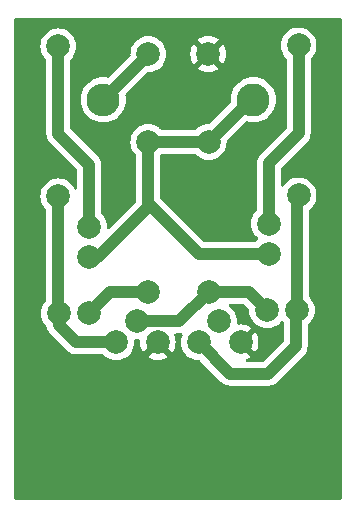
<source format=gbr>
%TF.GenerationSoftware,KiCad,Pcbnew,(7.0.0)*%
%TF.CreationDate,2023-03-16T10:54:00+00:00*%
%TF.ProjectId,kit-soldadura-pcb,6b69742d-736f-46c6-9461-647572612d70,rev?*%
%TF.SameCoordinates,Original*%
%TF.FileFunction,Copper,L2,Bot*%
%TF.FilePolarity,Positive*%
%FSLAX46Y46*%
G04 Gerber Fmt 4.6, Leading zero omitted, Abs format (unit mm)*
G04 Created by KiCad (PCBNEW (7.0.0)) date 2023-03-16 10:54:00*
%MOMM*%
%LPD*%
G01*
G04 APERTURE LIST*
%TA.AperFunction,ComponentPad*%
%ADD10C,2.800000*%
%TD*%
%TA.AperFunction,ComponentPad*%
%ADD11O,2.800000X2.800000*%
%TD*%
%TA.AperFunction,ComponentPad*%
%ADD12C,2.000000*%
%TD*%
%TA.AperFunction,Conductor*%
%ADD13C,1.000000*%
%TD*%
G04 APERTURE END LIST*
D10*
%TO.P,D1,1,K*%
%TO.N,PWR*%
X155580000Y-83446137D03*
D11*
%TO.P,D1,2,A*%
%TO.N,Net-(D1-Pad2)*%
X142879999Y-83446136D03*
%TD*%
D12*
%TO.P,D2,1,K*%
%TO.N,Net-(D2-Pad1)*%
X141684268Y-94199069D03*
%TO.P,D2,2,A*%
%TO.N,PWR*%
X141650931Y-96739069D03*
%TD*%
%TO.P,D3,1,K*%
%TO.N,Net-(D3-Pad1)*%
X156899471Y-93946137D03*
%TO.P,D3,2,A*%
%TO.N,PWR*%
X156866134Y-96486137D03*
%TD*%
%TO.P,C2,1*%
%TO.N,Net-(C2-Pad1)*%
X159268394Y-101260000D03*
%TO.P,C2,2*%
%TO.N,Net-(C2-Pad2)*%
X156744119Y-101260000D03*
%TD*%
%TO.P,J1,1,Pin_1*%
%TO.N,Net-(D1-Pad2)*%
X146690000Y-79586137D03*
%TD*%
%TO.P,C1,1*%
%TO.N,Net-(C1-Pad1)*%
X139120803Y-101542872D03*
%TO.P,C1,2*%
%TO.N,Net-(C1-Pad2)*%
X141645078Y-101542872D03*
%TD*%
%TO.P,R1,1*%
%TO.N,Net-(D2-Pad1)*%
X139070000Y-78926137D03*
%TO.P,R1,2*%
%TO.N,Net-(C1-Pad1)*%
X139070000Y-91626137D03*
%TD*%
%TO.P,R3,1*%
%TO.N,PWR*%
X151813379Y-87022752D03*
%TO.P,R3,2*%
%TO.N,Net-(C2-Pad2)*%
X151813379Y-99722752D03*
%TD*%
%TO.P,Q2,1,B*%
%TO.N,Net-(C1-Pad2)*%
X152706691Y-102224500D03*
%TO.P,Q2,2,C*%
%TO.N,Net-(C2-Pad1)*%
X150974992Y-104001373D03*
%TO.P,Q2,3,E*%
%TO.N,GND*%
X154498622Y-103986316D03*
%TD*%
%TO.P,Q1,1,B*%
%TO.N,Net-(C2-Pad2)*%
X145697828Y-102224500D03*
%TO.P,Q1,2,C*%
%TO.N,Net-(C1-Pad1)*%
X143966129Y-104001373D03*
%TO.P,Q1,3,E*%
%TO.N,GND*%
X147489759Y-103986316D03*
%TD*%
%TO.P,R4,1*%
%TO.N,Net-(D3-Pad1)*%
X159415002Y-78850072D03*
%TO.P,R4,2*%
%TO.N,Net-(C2-Pad1)*%
X159415002Y-91550072D03*
%TD*%
%TO.P,J2,1,Pin_1*%
%TO.N,GND*%
X151770000Y-79586137D03*
%TD*%
%TO.P,R2,1*%
%TO.N,PWR*%
X146690000Y-87026775D03*
%TO.P,R2,2*%
%TO.N,Net-(C1-Pad2)*%
X146690000Y-99726775D03*
%TD*%
D13*
%TO.N,Net-(C1-Pad1)*%
X139096694Y-102546694D02*
X140551373Y-104001373D01*
X140551373Y-104001373D02*
X143966129Y-104001373D01*
X139070000Y-91626137D02*
X139070000Y-101497176D01*
X139070000Y-101497176D02*
X138990693Y-101576483D01*
X139096694Y-101576483D02*
X139096694Y-102546694D01*
%TO.N,Net-(C1-Pad2)*%
X143461175Y-99726775D02*
X146690000Y-99726775D01*
X141645078Y-101542872D02*
X143461175Y-99726775D01*
%TO.N,Net-(C2-Pad2)*%
X156638321Y-101154202D02*
X156622160Y-101154202D01*
X151813379Y-99722752D02*
X155206871Y-99722752D01*
X155206871Y-99722752D02*
X156638321Y-101154202D01*
X149311631Y-102224500D02*
X145697828Y-102224500D01*
X151813379Y-99722752D02*
X149311631Y-102224500D01*
%TO.N,PWR*%
X146690000Y-92220000D02*
X146690000Y-91700000D01*
X150956137Y-96486137D02*
X146690000Y-92220000D01*
X146694023Y-87022752D02*
X146690000Y-87026775D01*
X156866134Y-96486137D02*
X150956137Y-96486137D01*
X151813379Y-87022752D02*
X146694023Y-87022752D01*
X141650931Y-96739069D02*
X142450931Y-96739069D01*
X155389994Y-83446137D02*
X151813379Y-87022752D01*
X146690000Y-91700000D02*
X146690000Y-87026775D01*
X146690000Y-92500000D02*
X146690000Y-91700000D01*
X142450931Y-96739069D02*
X146690000Y-92500000D01*
X155580000Y-83446137D02*
X155389994Y-83446137D01*
%TO.N,Net-(D1-Pad2)*%
X146690000Y-79586137D02*
X146690000Y-79636137D01*
X146690000Y-79636137D02*
X142880000Y-83446137D01*
%TO.N,Net-(D2-Pad1)*%
X139070000Y-86326137D02*
X141684268Y-88940405D01*
X141684268Y-88940405D02*
X141684268Y-94199069D01*
X139070000Y-78926137D02*
X139070000Y-86326137D01*
%TO.N,Net-(D3-Pad1)*%
X159415002Y-78850072D02*
X159415002Y-86301135D01*
X159415002Y-86301135D02*
X156899471Y-88816666D01*
X156899471Y-88816666D02*
X156899471Y-93946137D01*
%TO.N,Net-(C2-Pad1)*%
X159300091Y-100991044D02*
X159170544Y-101120591D01*
X156850000Y-106646137D02*
X159170544Y-104325593D01*
X150974992Y-104001373D02*
X153619756Y-106646137D01*
X159170544Y-104325593D02*
X159170544Y-101120591D01*
X159300091Y-101228303D02*
X159268394Y-101260000D01*
X159300091Y-91269962D02*
X159300091Y-101228303D01*
X153619756Y-106646137D02*
X156850000Y-106646137D01*
%TD*%
%TA.AperFunction,Conductor*%
%TO.N,GND*%
G36*
X154785165Y-100740843D02*
G01*
X154826042Y-100768157D01*
X155196222Y-101138337D01*
X155225339Y-101183821D01*
X155232739Y-101237317D01*
X155230954Y-101260000D01*
X155231342Y-101264930D01*
X155249195Y-101491777D01*
X155249196Y-101491785D01*
X155249584Y-101496711D01*
X155250738Y-101501519D01*
X155250739Y-101501523D01*
X155303858Y-101722781D01*
X155303859Y-101722786D01*
X155305014Y-101727594D01*
X155306907Y-101732164D01*
X155306908Y-101732167D01*
X155387792Y-101927440D01*
X155395879Y-101946963D01*
X155519943Y-102149416D01*
X155523150Y-102153171D01*
X155523153Y-102153175D01*
X155607579Y-102252025D01*
X155674150Y-102329969D01*
X155677905Y-102333176D01*
X155813738Y-102449189D01*
X155854703Y-102484176D01*
X156057156Y-102608240D01*
X156276525Y-102699105D01*
X156507408Y-102754535D01*
X156744119Y-102773165D01*
X156980830Y-102754535D01*
X157211713Y-102699105D01*
X157431082Y-102608240D01*
X157633535Y-102484176D01*
X157814088Y-102329969D01*
X157910448Y-102217145D01*
X157953504Y-102184553D01*
X158006255Y-102172979D01*
X158059007Y-102184553D01*
X158102066Y-102217147D01*
X158104135Y-102219570D01*
X158131855Y-102252025D01*
X158154256Y-102290245D01*
X158162044Y-102333856D01*
X158162044Y-103855669D01*
X158152453Y-103903887D01*
X158125139Y-103944764D01*
X156469171Y-105600732D01*
X156428294Y-105628046D01*
X156380076Y-105637637D01*
X155086020Y-105637637D01*
X155020185Y-105619070D01*
X154973753Y-105568840D01*
X154960408Y-105501751D01*
X154984084Y-105437576D01*
X155037802Y-105395228D01*
X155180784Y-105336002D01*
X155189579Y-105331521D01*
X155360330Y-105226884D01*
X155368436Y-105218935D01*
X155362409Y-105209313D01*
X154228507Y-104075411D01*
X154195895Y-104018927D01*
X154195895Y-103986315D01*
X154862789Y-103986315D01*
X154869561Y-103998045D01*
X155721619Y-104850103D01*
X155731241Y-104856130D01*
X155739190Y-104848024D01*
X155843827Y-104677273D01*
X155848308Y-104668478D01*
X155935355Y-104458328D01*
X155938405Y-104448942D01*
X155991506Y-104227761D01*
X155993050Y-104218015D01*
X156010897Y-103991246D01*
X156010897Y-103981386D01*
X155993050Y-103754616D01*
X155991506Y-103744870D01*
X155938405Y-103523689D01*
X155935355Y-103514303D01*
X155848309Y-103304155D01*
X155843828Y-103295360D01*
X155739187Y-103124602D01*
X155731241Y-103116499D01*
X155721622Y-103122524D01*
X154869560Y-103974587D01*
X154862789Y-103986315D01*
X154195895Y-103986315D01*
X154195895Y-103953705D01*
X154228507Y-103897221D01*
X154498622Y-103627106D01*
X154498621Y-103627106D01*
X155362413Y-102763313D01*
X155368438Y-102753695D01*
X155360334Y-102745749D01*
X155189577Y-102641109D01*
X155180782Y-102636628D01*
X154970634Y-102549582D01*
X154961248Y-102546532D01*
X154740067Y-102493431D01*
X154730321Y-102491887D01*
X154503552Y-102474041D01*
X154493691Y-102474041D01*
X154345459Y-102485706D01*
X154291962Y-102478306D01*
X154246478Y-102449189D01*
X154217362Y-102403704D01*
X154209962Y-102350208D01*
X154211851Y-102326214D01*
X154219856Y-102224500D01*
X154201226Y-101987789D01*
X154145796Y-101756906D01*
X154054931Y-101537537D01*
X153930867Y-101335084D01*
X153906164Y-101306161D01*
X153779867Y-101158286D01*
X153776660Y-101154531D01*
X153757699Y-101138337D01*
X153599866Y-101003534D01*
X153599862Y-101003531D01*
X153596107Y-101000324D01*
X153591887Y-100997738D01*
X153591883Y-100997735D01*
X153537950Y-100964684D01*
X153493370Y-100917953D01*
X153477801Y-100855273D01*
X153495332Y-100793113D01*
X153541357Y-100747804D01*
X153603785Y-100731252D01*
X154736947Y-100731252D01*
X154785165Y-100740843D01*
G37*
%TD.AperFunction*%
%TA.AperFunction,Conductor*%
G36*
X162944152Y-76519995D02*
G01*
X163007141Y-76536896D01*
X163053243Y-76583026D01*
X163070106Y-76646027D01*
X163059941Y-117194008D01*
X163043042Y-117257007D01*
X162996906Y-117303116D01*
X162933896Y-117319976D01*
X135475865Y-117310067D01*
X135412884Y-117293171D01*
X135366783Y-117247054D01*
X135349910Y-117184067D01*
X135349931Y-107658910D01*
X135349966Y-91626137D01*
X137556835Y-91626137D01*
X137557223Y-91631067D01*
X137575076Y-91857914D01*
X137575077Y-91857922D01*
X137575465Y-91862848D01*
X137576619Y-91867656D01*
X137576620Y-91867660D01*
X137629739Y-92088918D01*
X137629740Y-92088923D01*
X137630895Y-92093731D01*
X137632788Y-92098301D01*
X137632789Y-92098304D01*
X137674583Y-92199205D01*
X137721760Y-92313100D01*
X137845824Y-92515553D01*
X137849031Y-92519308D01*
X137849034Y-92519312D01*
X137921324Y-92603952D01*
X138000031Y-92696106D01*
X138003786Y-92699313D01*
X138003788Y-92699315D01*
X138017332Y-92710883D01*
X138049926Y-92753943D01*
X138061500Y-92806693D01*
X138061500Y-100413930D01*
X138053712Y-100457541D01*
X138031311Y-100495760D01*
X137899842Y-100649690D01*
X137899833Y-100649701D01*
X137896627Y-100653456D01*
X137894048Y-100657664D01*
X137894044Y-100657670D01*
X137808579Y-100797136D01*
X137772563Y-100855909D01*
X137770670Y-100860478D01*
X137770668Y-100860483D01*
X137683592Y-101070704D01*
X137683589Y-101070710D01*
X137681698Y-101075278D01*
X137680544Y-101080081D01*
X137680542Y-101080090D01*
X137627423Y-101301348D01*
X137626268Y-101306161D01*
X137625880Y-101311084D01*
X137625879Y-101311094D01*
X137613633Y-101466696D01*
X137607638Y-101542872D01*
X137608026Y-101547802D01*
X137625879Y-101774649D01*
X137625880Y-101774657D01*
X137626268Y-101779583D01*
X137627422Y-101784391D01*
X137627423Y-101784395D01*
X137680542Y-102005653D01*
X137680543Y-102005658D01*
X137681698Y-102010466D01*
X137772563Y-102229835D01*
X137896627Y-102432288D01*
X137899834Y-102436043D01*
X137899837Y-102436047D01*
X138009258Y-102564162D01*
X138050834Y-102612841D01*
X138054589Y-102616048D01*
X138054590Y-102616049D01*
X138054817Y-102616243D01*
X138054946Y-102616405D01*
X138058098Y-102619557D01*
X138057740Y-102619914D01*
X138084689Y-102653752D01*
X138098383Y-102699705D01*
X138102785Y-102744395D01*
X138104580Y-102750314D01*
X138104582Y-102750321D01*
X138113709Y-102780407D01*
X138146433Y-102888280D01*
X138160453Y-102934498D01*
X138254099Y-103109698D01*
X138380126Y-103263262D01*
X138413842Y-103290932D01*
X138422992Y-103299226D01*
X139798835Y-104675069D01*
X139807139Y-104684230D01*
X139834805Y-104717941D01*
X139988369Y-104843968D01*
X140163569Y-104937614D01*
X140207815Y-104951035D01*
X140353672Y-104995282D01*
X140551373Y-105014753D01*
X140557536Y-105014146D01*
X140557537Y-105014146D01*
X140594761Y-105010480D01*
X140607110Y-105009873D01*
X142785573Y-105009873D01*
X142838323Y-105021447D01*
X142881384Y-105054041D01*
X142896160Y-105071342D01*
X142899915Y-105074549D01*
X143057706Y-105209316D01*
X143076713Y-105225549D01*
X143279166Y-105349613D01*
X143498535Y-105440478D01*
X143729418Y-105495908D01*
X143966129Y-105514538D01*
X144202840Y-105495908D01*
X144433723Y-105440478D01*
X144653092Y-105349613D01*
X144855545Y-105225549D01*
X144863289Y-105218935D01*
X146619942Y-105218935D01*
X146628045Y-105226881D01*
X146798803Y-105331522D01*
X146807598Y-105336003D01*
X147017746Y-105423049D01*
X147027132Y-105426099D01*
X147248313Y-105479200D01*
X147258059Y-105480744D01*
X147484829Y-105498591D01*
X147494689Y-105498591D01*
X147721458Y-105480744D01*
X147731204Y-105479200D01*
X147952385Y-105426099D01*
X147961771Y-105423049D01*
X148171921Y-105336002D01*
X148180716Y-105331521D01*
X148351467Y-105226884D01*
X148359573Y-105218935D01*
X148353546Y-105209313D01*
X147501488Y-104357255D01*
X147489758Y-104350483D01*
X147478030Y-104357254D01*
X146625967Y-105209316D01*
X146619942Y-105218935D01*
X144863289Y-105218935D01*
X145036098Y-105071342D01*
X145190305Y-104890789D01*
X145314369Y-104688336D01*
X145405234Y-104468967D01*
X145460664Y-104238084D01*
X145479294Y-104001373D01*
X145468622Y-103865783D01*
X145476022Y-103812291D01*
X145505139Y-103766805D01*
X145550624Y-103737689D01*
X145604121Y-103730290D01*
X145692887Y-103737277D01*
X145692898Y-103737277D01*
X145697828Y-103737665D01*
X145851454Y-103725574D01*
X145904950Y-103732974D01*
X145950435Y-103762090D01*
X145979552Y-103807575D01*
X145986952Y-103861071D01*
X145977484Y-103981385D01*
X145977484Y-103991246D01*
X145995330Y-104218015D01*
X145996874Y-104227761D01*
X146049975Y-104448942D01*
X146053025Y-104458328D01*
X146140071Y-104668476D01*
X146144552Y-104677271D01*
X146249192Y-104848028D01*
X146257138Y-104856131D01*
X146266758Y-104850105D01*
X147400663Y-103716200D01*
X147457147Y-103683588D01*
X147522369Y-103683588D01*
X147578853Y-103716200D01*
X148712756Y-104850103D01*
X148722378Y-104856130D01*
X148730327Y-104848024D01*
X148834964Y-104677273D01*
X148839445Y-104668478D01*
X148926492Y-104458328D01*
X148929542Y-104448942D01*
X148982643Y-104227761D01*
X148984187Y-104218015D01*
X149002034Y-103991246D01*
X149002034Y-103981386D01*
X148984187Y-103754616D01*
X148982643Y-103744870D01*
X148929542Y-103523689D01*
X148926492Y-103514303D01*
X148882137Y-103407218D01*
X148873153Y-103346649D01*
X148893781Y-103288998D01*
X148939150Y-103247878D01*
X148998546Y-103233000D01*
X149255894Y-103233000D01*
X149268243Y-103233607D01*
X149305467Y-103237273D01*
X149305468Y-103237273D01*
X149311631Y-103237880D01*
X149463999Y-103222873D01*
X149527406Y-103233075D01*
X149577550Y-103273207D01*
X149601398Y-103332841D01*
X149592755Y-103396483D01*
X149537783Y-103529200D01*
X149537780Y-103529207D01*
X149535887Y-103533779D01*
X149534733Y-103538582D01*
X149534731Y-103538591D01*
X149481612Y-103759849D01*
X149480457Y-103764662D01*
X149480069Y-103769585D01*
X149480068Y-103769595D01*
X149463935Y-103974587D01*
X149461827Y-104001373D01*
X149462215Y-104006303D01*
X149480068Y-104233150D01*
X149480069Y-104233158D01*
X149480457Y-104238084D01*
X149481611Y-104242892D01*
X149481612Y-104242896D01*
X149534731Y-104464154D01*
X149534732Y-104464159D01*
X149535887Y-104468967D01*
X149626752Y-104688336D01*
X149750816Y-104890789D01*
X149754023Y-104894544D01*
X149754026Y-104894548D01*
X149901813Y-105067584D01*
X149905023Y-105071342D01*
X149908778Y-105074549D01*
X150066569Y-105209316D01*
X150085576Y-105225549D01*
X150288029Y-105349613D01*
X150507398Y-105440478D01*
X150738281Y-105495908D01*
X150974992Y-105514538D01*
X150979922Y-105514150D01*
X150979927Y-105514150D01*
X150990756Y-105513297D01*
X150997668Y-105512753D01*
X151051167Y-105520151D01*
X151096654Y-105549269D01*
X152867218Y-107319833D01*
X152875522Y-107328994D01*
X152903188Y-107362705D01*
X153056752Y-107488732D01*
X153231951Y-107582377D01*
X153231952Y-107582378D01*
X153422055Y-107640046D01*
X153619756Y-107659517D01*
X153625919Y-107658910D01*
X153625920Y-107658910D01*
X153663144Y-107655244D01*
X153675493Y-107654637D01*
X156794263Y-107654637D01*
X156806612Y-107655244D01*
X156843836Y-107658910D01*
X156843837Y-107658910D01*
X156850000Y-107659517D01*
X157047701Y-107640046D01*
X157237804Y-107582378D01*
X157237804Y-107582377D01*
X157413004Y-107488732D01*
X157566568Y-107362705D01*
X157594240Y-107328985D01*
X157602523Y-107319846D01*
X159844253Y-105078116D01*
X159853392Y-105069833D01*
X159887112Y-105042161D01*
X160013139Y-104888597D01*
X160106785Y-104713397D01*
X160151990Y-104564377D01*
X160164453Y-104523294D01*
X160183924Y-104325593D01*
X160179651Y-104282205D01*
X160179044Y-104269856D01*
X160179044Y-102524126D01*
X160190618Y-102471375D01*
X160223214Y-102428315D01*
X160338363Y-102329969D01*
X160492570Y-102149416D01*
X160616634Y-101946963D01*
X160707499Y-101727594D01*
X160762929Y-101496711D01*
X160781559Y-101260000D01*
X160762929Y-101023289D01*
X160707499Y-100792406D01*
X160616634Y-100573037D01*
X160492570Y-100370584D01*
X160489354Y-100366818D01*
X160338780Y-100190518D01*
X160316379Y-100152299D01*
X160308591Y-100108688D01*
X160308591Y-92828771D01*
X160320165Y-92776020D01*
X160352760Y-92732960D01*
X160400308Y-92692350D01*
X160484971Y-92620041D01*
X160639178Y-92439488D01*
X160763242Y-92237035D01*
X160854107Y-92017666D01*
X160909537Y-91786783D01*
X160928167Y-91550072D01*
X160909537Y-91313361D01*
X160854107Y-91082478D01*
X160763242Y-90863109D01*
X160639178Y-90660656D01*
X160484971Y-90480103D01*
X160393479Y-90401961D01*
X160308177Y-90329106D01*
X160308173Y-90329103D01*
X160304418Y-90325896D01*
X160101965Y-90201832D01*
X159932414Y-90131602D01*
X159887169Y-90112861D01*
X159887166Y-90112860D01*
X159882596Y-90110967D01*
X159877788Y-90109812D01*
X159877783Y-90109811D01*
X159656525Y-90056692D01*
X159656521Y-90056691D01*
X159651713Y-90055537D01*
X159646787Y-90055149D01*
X159646779Y-90055148D01*
X159419932Y-90037295D01*
X159415002Y-90036907D01*
X159410072Y-90037295D01*
X159183224Y-90055148D01*
X159183214Y-90055149D01*
X159178291Y-90055537D01*
X159173484Y-90056691D01*
X159173478Y-90056692D01*
X158952220Y-90109811D01*
X158952211Y-90109813D01*
X158947408Y-90110967D01*
X158942840Y-90112858D01*
X158942834Y-90112861D01*
X158732613Y-90199937D01*
X158732608Y-90199939D01*
X158728039Y-90201832D01*
X158723819Y-90204417D01*
X158723819Y-90204418D01*
X158529800Y-90323313D01*
X158529794Y-90323317D01*
X158525586Y-90325896D01*
X158521836Y-90329098D01*
X158521826Y-90329106D01*
X158348788Y-90476895D01*
X158348781Y-90476901D01*
X158345033Y-90480103D01*
X158341831Y-90483851D01*
X158341825Y-90483858D01*
X158194036Y-90656896D01*
X158194028Y-90656906D01*
X158190826Y-90660656D01*
X158188247Y-90664864D01*
X158188243Y-90664870D01*
X158141404Y-90741305D01*
X158094672Y-90785885D01*
X158031992Y-90801454D01*
X157969832Y-90783923D01*
X157924523Y-90737898D01*
X157907971Y-90675470D01*
X157907971Y-89286590D01*
X157917562Y-89238372D01*
X157944876Y-89197495D01*
X158405590Y-88736781D01*
X160088711Y-87053658D01*
X160097850Y-87045375D01*
X160131570Y-87017703D01*
X160257597Y-86864139D01*
X160351243Y-86688939D01*
X160387316Y-86570023D01*
X160408911Y-86498836D01*
X160428382Y-86301135D01*
X160424109Y-86257747D01*
X160423502Y-86245398D01*
X160423502Y-80030628D01*
X160435076Y-79977878D01*
X160467670Y-79934818D01*
X160472790Y-79930444D01*
X160484971Y-79920041D01*
X160639178Y-79739488D01*
X160763242Y-79537035D01*
X160854107Y-79317666D01*
X160909537Y-79086783D01*
X160928167Y-78850072D01*
X160909537Y-78613361D01*
X160854107Y-78382478D01*
X160763242Y-78163109D01*
X160639178Y-77960656D01*
X160484971Y-77780103D01*
X160393479Y-77701961D01*
X160308177Y-77629106D01*
X160308173Y-77629103D01*
X160304418Y-77625896D01*
X160101965Y-77501832D01*
X159932414Y-77431602D01*
X159887169Y-77412861D01*
X159887166Y-77412860D01*
X159882596Y-77410967D01*
X159877788Y-77409812D01*
X159877783Y-77409811D01*
X159656525Y-77356692D01*
X159656521Y-77356691D01*
X159651713Y-77355537D01*
X159646787Y-77355149D01*
X159646779Y-77355148D01*
X159419932Y-77337295D01*
X159415002Y-77336907D01*
X159410072Y-77337295D01*
X159183224Y-77355148D01*
X159183214Y-77355149D01*
X159178291Y-77355537D01*
X159173484Y-77356691D01*
X159173478Y-77356692D01*
X158952220Y-77409811D01*
X158952211Y-77409813D01*
X158947408Y-77410967D01*
X158942840Y-77412858D01*
X158942834Y-77412861D01*
X158732613Y-77499937D01*
X158732608Y-77499939D01*
X158728039Y-77501832D01*
X158723819Y-77504417D01*
X158723819Y-77504418D01*
X158529800Y-77623313D01*
X158529794Y-77623317D01*
X158525586Y-77625896D01*
X158521836Y-77629098D01*
X158521826Y-77629106D01*
X158348788Y-77776895D01*
X158348781Y-77776901D01*
X158345033Y-77780103D01*
X158341831Y-77783851D01*
X158341825Y-77783858D01*
X158194036Y-77956896D01*
X158194028Y-77956906D01*
X158190826Y-77960656D01*
X158188247Y-77964864D01*
X158188243Y-77964870D01*
X158077322Y-78145876D01*
X158066762Y-78163109D01*
X158064869Y-78167678D01*
X158064867Y-78167683D01*
X157977791Y-78377904D01*
X157977788Y-78377910D01*
X157975897Y-78382478D01*
X157974743Y-78387281D01*
X157974741Y-78387290D01*
X157942899Y-78519923D01*
X157920467Y-78613361D01*
X157920079Y-78618284D01*
X157920078Y-78618294D01*
X157911889Y-78722346D01*
X157901837Y-78850072D01*
X157902225Y-78855002D01*
X157920078Y-79081849D01*
X157920079Y-79081857D01*
X157920467Y-79086783D01*
X157921621Y-79091591D01*
X157921622Y-79091595D01*
X157974741Y-79312853D01*
X157974742Y-79312858D01*
X157975897Y-79317666D01*
X157977790Y-79322236D01*
X157977791Y-79322239D01*
X157991128Y-79354437D01*
X158066762Y-79537035D01*
X158190826Y-79739488D01*
X158194033Y-79743243D01*
X158194036Y-79743247D01*
X158257808Y-79817914D01*
X158345033Y-79920041D01*
X158348788Y-79923248D01*
X158348790Y-79923250D01*
X158362334Y-79934818D01*
X158394928Y-79977878D01*
X158406502Y-80030628D01*
X158406502Y-85831211D01*
X158396911Y-85879429D01*
X158369597Y-85920306D01*
X156225772Y-88064129D01*
X156216614Y-88072431D01*
X156191569Y-88092986D01*
X156182903Y-88100098D01*
X156178985Y-88104871D01*
X156178980Y-88104877D01*
X156060802Y-88248877D01*
X156060797Y-88248883D01*
X156056876Y-88253662D01*
X156053958Y-88259120D01*
X156053958Y-88259121D01*
X155970923Y-88414466D01*
X155970922Y-88414468D01*
X155963229Y-88428862D01*
X155963230Y-88428862D01*
X155960460Y-88437993D01*
X155960459Y-88437995D01*
X155907360Y-88613036D01*
X155907358Y-88613041D01*
X155905562Y-88618965D01*
X155904955Y-88625121D01*
X155904954Y-88625130D01*
X155893375Y-88742704D01*
X155886091Y-88816666D01*
X155886698Y-88822829D01*
X155886698Y-88822830D01*
X155890364Y-88860054D01*
X155890971Y-88872403D01*
X155890971Y-92765581D01*
X155879397Y-92818331D01*
X155846803Y-92861391D01*
X155833259Y-92872958D01*
X155833250Y-92872966D01*
X155829502Y-92876168D01*
X155826300Y-92879916D01*
X155826294Y-92879923D01*
X155678505Y-93052961D01*
X155678497Y-93052971D01*
X155675295Y-93056721D01*
X155672716Y-93060929D01*
X155672712Y-93060935D01*
X155553817Y-93254954D01*
X155551231Y-93259174D01*
X155549338Y-93263743D01*
X155549336Y-93263748D01*
X155462260Y-93473969D01*
X155462257Y-93473975D01*
X155460366Y-93478543D01*
X155459212Y-93483346D01*
X155459210Y-93483355D01*
X155406091Y-93704613D01*
X155404936Y-93709426D01*
X155404548Y-93714349D01*
X155404547Y-93714359D01*
X155391879Y-93875328D01*
X155386306Y-93946137D01*
X155386694Y-93951067D01*
X155404547Y-94177914D01*
X155404548Y-94177922D01*
X155404936Y-94182848D01*
X155406090Y-94187656D01*
X155406091Y-94187660D01*
X155459210Y-94408918D01*
X155459211Y-94408923D01*
X155460366Y-94413731D01*
X155551231Y-94633100D01*
X155675295Y-94835553D01*
X155678502Y-94839308D01*
X155678505Y-94839312D01*
X155748696Y-94921495D01*
X155829502Y-95016106D01*
X155833257Y-95019313D01*
X155833263Y-95019319D01*
X155934858Y-95106089D01*
X155967454Y-95149149D01*
X155979028Y-95201900D01*
X155967454Y-95254651D01*
X155934859Y-95297711D01*
X155799920Y-95412960D01*
X155799913Y-95412966D01*
X155796165Y-95416168D01*
X155792963Y-95419916D01*
X155792955Y-95419925D01*
X155781388Y-95433469D01*
X155738328Y-95466063D01*
X155685578Y-95477637D01*
X151426061Y-95477637D01*
X151377843Y-95468046D01*
X151336966Y-95440732D01*
X147735405Y-91839171D01*
X147708091Y-91798294D01*
X147698500Y-91750076D01*
X147698500Y-88207331D01*
X147710074Y-88154581D01*
X147742668Y-88111521D01*
X147747788Y-88107147D01*
X147759969Y-88096744D01*
X147778180Y-88075420D01*
X147821242Y-88042826D01*
X147873992Y-88031252D01*
X150632823Y-88031252D01*
X150685573Y-88042826D01*
X150728634Y-88075420D01*
X150743410Y-88092721D01*
X150747165Y-88095928D01*
X150892333Y-88219914D01*
X150923963Y-88246928D01*
X151126416Y-88370992D01*
X151345785Y-88461857D01*
X151576668Y-88517287D01*
X151813379Y-88535917D01*
X152050090Y-88517287D01*
X152280973Y-88461857D01*
X152500342Y-88370992D01*
X152702795Y-88246928D01*
X152883348Y-88092721D01*
X153037555Y-87912168D01*
X153161619Y-87709715D01*
X153252484Y-87490346D01*
X153307914Y-87259463D01*
X153326544Y-87022752D01*
X153326156Y-87017822D01*
X153326156Y-87017816D01*
X153324759Y-87000074D01*
X153332157Y-86946575D01*
X153361273Y-86901090D01*
X154942533Y-85319830D01*
X154996128Y-85288031D01*
X155058408Y-85285807D01*
X155307698Y-85340037D01*
X155580000Y-85359512D01*
X155852302Y-85340037D01*
X156119060Y-85282007D01*
X156374845Y-85186604D01*
X156614449Y-85055770D01*
X156832994Y-84892169D01*
X157026032Y-84699131D01*
X157189633Y-84480586D01*
X157320467Y-84240982D01*
X157415870Y-83985197D01*
X157473900Y-83718439D01*
X157493375Y-83446137D01*
X157473900Y-83173835D01*
X157415870Y-82907077D01*
X157320467Y-82651292D01*
X157189633Y-82411688D01*
X157026032Y-82193143D01*
X156832994Y-82000105D01*
X156614449Y-81836504D01*
X156374845Y-81705670D01*
X156370639Y-81704101D01*
X156370632Y-81704098D01*
X156123270Y-81611837D01*
X156123266Y-81611836D01*
X156119060Y-81610267D01*
X156114665Y-81609311D01*
X156114662Y-81609310D01*
X155856706Y-81553195D01*
X155856705Y-81553194D01*
X155852302Y-81552237D01*
X155847820Y-81551916D01*
X155847810Y-81551915D01*
X155584488Y-81533083D01*
X155580000Y-81532762D01*
X155575512Y-81533083D01*
X155312189Y-81551915D01*
X155312177Y-81551916D01*
X155307698Y-81552237D01*
X155303296Y-81553194D01*
X155303293Y-81553195D01*
X155045337Y-81609310D01*
X155045330Y-81609311D01*
X155040940Y-81610267D01*
X155036736Y-81611834D01*
X155036729Y-81611837D01*
X154789367Y-81704098D01*
X154789355Y-81704103D01*
X154785155Y-81705670D01*
X154781207Y-81707825D01*
X154781202Y-81707828D01*
X154549510Y-81834342D01*
X154545551Y-81836504D01*
X154541948Y-81839200D01*
X154541942Y-81839205D01*
X154330609Y-81997407D01*
X154330602Y-81997413D01*
X154327006Y-82000105D01*
X154323827Y-82003283D01*
X154323820Y-82003290D01*
X154137153Y-82189957D01*
X154137146Y-82189964D01*
X154133968Y-82193143D01*
X154131276Y-82196739D01*
X154131270Y-82196746D01*
X153973068Y-82408079D01*
X153973063Y-82408085D01*
X153970367Y-82411688D01*
X153968206Y-82415644D01*
X153968205Y-82415647D01*
X153841691Y-82647339D01*
X153841688Y-82647344D01*
X153839533Y-82651292D01*
X153837966Y-82655492D01*
X153837961Y-82655504D01*
X153745700Y-82902866D01*
X153745697Y-82902873D01*
X153744130Y-82907077D01*
X153743174Y-82911467D01*
X153743173Y-82911474D01*
X153706381Y-83080605D01*
X153686100Y-83173835D01*
X153685779Y-83178314D01*
X153685778Y-83178326D01*
X153667377Y-83435608D01*
X153666625Y-83446137D01*
X153666946Y-83450625D01*
X153666946Y-83450626D01*
X153682352Y-83666044D01*
X153674729Y-83719065D01*
X153645768Y-83764127D01*
X151935041Y-85474854D01*
X151889560Y-85503970D01*
X151836066Y-85511371D01*
X151818317Y-85509975D01*
X151818309Y-85509975D01*
X151813379Y-85509587D01*
X151808449Y-85509975D01*
X151581601Y-85527828D01*
X151581591Y-85527829D01*
X151576668Y-85528217D01*
X151571861Y-85529371D01*
X151571855Y-85529372D01*
X151350597Y-85582491D01*
X151350588Y-85582493D01*
X151345785Y-85583647D01*
X151341217Y-85585538D01*
X151341211Y-85585541D01*
X151130990Y-85672617D01*
X151130985Y-85672619D01*
X151126416Y-85674512D01*
X151122196Y-85677097D01*
X151122196Y-85677098D01*
X150928177Y-85795993D01*
X150928171Y-85795997D01*
X150923963Y-85798576D01*
X150920213Y-85801778D01*
X150920203Y-85801786D01*
X150747165Y-85949575D01*
X150747158Y-85949581D01*
X150743410Y-85952783D01*
X150740208Y-85956531D01*
X150740200Y-85956540D01*
X150728633Y-85970084D01*
X150685573Y-86002678D01*
X150632823Y-86014252D01*
X147867120Y-86014252D01*
X147814370Y-86002678D01*
X147771310Y-85970084D01*
X147763178Y-85960563D01*
X147763176Y-85960561D01*
X147759969Y-85956806D01*
X147717233Y-85920306D01*
X147583175Y-85805809D01*
X147583171Y-85805806D01*
X147579416Y-85802599D01*
X147376963Y-85678535D01*
X147157594Y-85587670D01*
X147152786Y-85586515D01*
X147152781Y-85586514D01*
X146931523Y-85533395D01*
X146931519Y-85533394D01*
X146926711Y-85532240D01*
X146921785Y-85531852D01*
X146921777Y-85531851D01*
X146694930Y-85513998D01*
X146690000Y-85513610D01*
X146685070Y-85513998D01*
X146458222Y-85531851D01*
X146458212Y-85531852D01*
X146453289Y-85532240D01*
X146448482Y-85533394D01*
X146448476Y-85533395D01*
X146227218Y-85586514D01*
X146227209Y-85586516D01*
X146222406Y-85587670D01*
X146217838Y-85589561D01*
X146217832Y-85589564D01*
X146007611Y-85676640D01*
X146007606Y-85676642D01*
X146003037Y-85678535D01*
X145998817Y-85681120D01*
X145998817Y-85681121D01*
X145804798Y-85800016D01*
X145804792Y-85800020D01*
X145800584Y-85802599D01*
X145796834Y-85805801D01*
X145796824Y-85805809D01*
X145623786Y-85953598D01*
X145623779Y-85953604D01*
X145620031Y-85956806D01*
X145616829Y-85960554D01*
X145616823Y-85960561D01*
X145469034Y-86133599D01*
X145469026Y-86133609D01*
X145465824Y-86137359D01*
X145463245Y-86141567D01*
X145463241Y-86141573D01*
X145376728Y-86282749D01*
X145341760Y-86339812D01*
X145339867Y-86344381D01*
X145339865Y-86344386D01*
X145252789Y-86554607D01*
X145252786Y-86554613D01*
X145250895Y-86559181D01*
X145249741Y-86563984D01*
X145249739Y-86563993D01*
X145213740Y-86713941D01*
X145195465Y-86790064D01*
X145195077Y-86794987D01*
X145195076Y-86794997D01*
X145186727Y-86901088D01*
X145176835Y-87026775D01*
X145177223Y-87031705D01*
X145195076Y-87258552D01*
X145195077Y-87258560D01*
X145195465Y-87263486D01*
X145196619Y-87268294D01*
X145196620Y-87268298D01*
X145249739Y-87489556D01*
X145249740Y-87489561D01*
X145250895Y-87494369D01*
X145341760Y-87713738D01*
X145465824Y-87916191D01*
X145469031Y-87919946D01*
X145469034Y-87919950D01*
X145613385Y-88088963D01*
X145620031Y-88096744D01*
X145623786Y-88099951D01*
X145623788Y-88099953D01*
X145637332Y-88111521D01*
X145669926Y-88154581D01*
X145681500Y-88207331D01*
X145681500Y-92030076D01*
X145671909Y-92078294D01*
X145644595Y-92119171D01*
X143407563Y-94356201D01*
X143355517Y-94387536D01*
X143294858Y-94390874D01*
X143239687Y-94365440D01*
X143202831Y-94317146D01*
X143192856Y-94257219D01*
X143197045Y-94203998D01*
X143197433Y-94199069D01*
X143178803Y-93962358D01*
X143123373Y-93731475D01*
X143032508Y-93512106D01*
X142908444Y-93309653D01*
X142869237Y-93263748D01*
X142757444Y-93132855D01*
X142754237Y-93129100D01*
X142736936Y-93114323D01*
X142704342Y-93071263D01*
X142692768Y-93018513D01*
X142692768Y-88996139D01*
X142693375Y-88983789D01*
X142697041Y-88946568D01*
X142697648Y-88940405D01*
X142678176Y-88742704D01*
X142620509Y-88552601D01*
X142526863Y-88377401D01*
X142521603Y-88370992D01*
X142400836Y-88223837D01*
X142380723Y-88207331D01*
X142367125Y-88196171D01*
X142357964Y-88187867D01*
X140115405Y-85945308D01*
X140088091Y-85904431D01*
X140078500Y-85856213D01*
X140078500Y-83446137D01*
X140966625Y-83446137D01*
X140966946Y-83450625D01*
X140985778Y-83713947D01*
X140985779Y-83713957D01*
X140986100Y-83718439D01*
X141044130Y-83985197D01*
X141045699Y-83989403D01*
X141045700Y-83989407D01*
X141137961Y-84236769D01*
X141137964Y-84236776D01*
X141139533Y-84240982D01*
X141270367Y-84480586D01*
X141433968Y-84699131D01*
X141627006Y-84892169D01*
X141845551Y-85055770D01*
X142085155Y-85186604D01*
X142340940Y-85282007D01*
X142607698Y-85340037D01*
X142880000Y-85359512D01*
X143152302Y-85340037D01*
X143419060Y-85282007D01*
X143674845Y-85186604D01*
X143914449Y-85055770D01*
X144132994Y-84892169D01*
X144326032Y-84699131D01*
X144489633Y-84480586D01*
X144620467Y-84240982D01*
X144715870Y-83985197D01*
X144773900Y-83718439D01*
X144793375Y-83446137D01*
X144773900Y-83173835D01*
X144753618Y-83080601D01*
X144755842Y-83018323D01*
X144787641Y-82964728D01*
X146617046Y-81135323D01*
X146653387Y-81109995D01*
X146696246Y-81098810D01*
X146926711Y-81080672D01*
X147157594Y-81025242D01*
X147376963Y-80934377D01*
X147565638Y-80818756D01*
X150900183Y-80818756D01*
X150908286Y-80826702D01*
X151079044Y-80931343D01*
X151087839Y-80935824D01*
X151297987Y-81022870D01*
X151307373Y-81025920D01*
X151528554Y-81079021D01*
X151538300Y-81080565D01*
X151765070Y-81098412D01*
X151774930Y-81098412D01*
X152001699Y-81080565D01*
X152011445Y-81079021D01*
X152232626Y-81025920D01*
X152242012Y-81022870D01*
X152452162Y-80935823D01*
X152460957Y-80931342D01*
X152631708Y-80826705D01*
X152639814Y-80818756D01*
X152633787Y-80809134D01*
X151781729Y-79957076D01*
X151769999Y-79950304D01*
X151758271Y-79957075D01*
X150906208Y-80809137D01*
X150900183Y-80818756D01*
X147565638Y-80818756D01*
X147579416Y-80810313D01*
X147759969Y-80656106D01*
X147914176Y-80475553D01*
X148038240Y-80273100D01*
X148129105Y-80053731D01*
X148184535Y-79822848D01*
X148202777Y-79591067D01*
X150257725Y-79591067D01*
X150275571Y-79817836D01*
X150277115Y-79827582D01*
X150330216Y-80048763D01*
X150333266Y-80058149D01*
X150420312Y-80268297D01*
X150424793Y-80277092D01*
X150529433Y-80447849D01*
X150537379Y-80455953D01*
X150546997Y-80449928D01*
X151399059Y-79597867D01*
X151405832Y-79586136D01*
X152134167Y-79586136D01*
X152140939Y-79597866D01*
X152992997Y-80449924D01*
X153002619Y-80455951D01*
X153010568Y-80447845D01*
X153115205Y-80277094D01*
X153119686Y-80268299D01*
X153206733Y-80058149D01*
X153209783Y-80048763D01*
X153262884Y-79827582D01*
X153264428Y-79817836D01*
X153282275Y-79591067D01*
X153282275Y-79581207D01*
X153264428Y-79354437D01*
X153262884Y-79344691D01*
X153209783Y-79123510D01*
X153206733Y-79114124D01*
X153119687Y-78903976D01*
X153115206Y-78895181D01*
X153010565Y-78724423D01*
X153002619Y-78716320D01*
X152993000Y-78722345D01*
X152140938Y-79574408D01*
X152134167Y-79586136D01*
X151405832Y-79586136D01*
X151399060Y-79574407D01*
X150546999Y-78722346D01*
X150537378Y-78716320D01*
X150529433Y-78724422D01*
X150424793Y-78895181D01*
X150420312Y-78903976D01*
X150333266Y-79114124D01*
X150330216Y-79123510D01*
X150277115Y-79344691D01*
X150275571Y-79354437D01*
X150257725Y-79581207D01*
X150257725Y-79591067D01*
X148202777Y-79591067D01*
X148203165Y-79586137D01*
X148184535Y-79349426D01*
X148129105Y-79118543D01*
X148038240Y-78899174D01*
X147914176Y-78696721D01*
X147907945Y-78689426D01*
X147763176Y-78519923D01*
X147759969Y-78516168D01*
X147692499Y-78458543D01*
X147583175Y-78365171D01*
X147583171Y-78365168D01*
X147579416Y-78361961D01*
X147565633Y-78353515D01*
X150900183Y-78353515D01*
X150906209Y-78363136D01*
X151758270Y-79215197D01*
X151769999Y-79221969D01*
X151781730Y-79215196D01*
X152633791Y-78363134D01*
X152639816Y-78353516D01*
X152631712Y-78345570D01*
X152460955Y-78240930D01*
X152452160Y-78236449D01*
X152242012Y-78149403D01*
X152232626Y-78146353D01*
X152011445Y-78093252D01*
X152001699Y-78091708D01*
X151774930Y-78073862D01*
X151765070Y-78073862D01*
X151538300Y-78091708D01*
X151528554Y-78093252D01*
X151307373Y-78146353D01*
X151297987Y-78149403D01*
X151087839Y-78236449D01*
X151079044Y-78240930D01*
X150908285Y-78345570D01*
X150900183Y-78353515D01*
X147565633Y-78353515D01*
X147376963Y-78237897D01*
X147357440Y-78229810D01*
X147162167Y-78148926D01*
X147162164Y-78148925D01*
X147157594Y-78147032D01*
X147152786Y-78145877D01*
X147152781Y-78145876D01*
X146931523Y-78092757D01*
X146931519Y-78092756D01*
X146926711Y-78091602D01*
X146921785Y-78091214D01*
X146921777Y-78091213D01*
X146694930Y-78073360D01*
X146690000Y-78072972D01*
X146685070Y-78073360D01*
X146458222Y-78091213D01*
X146458212Y-78091214D01*
X146453289Y-78091602D01*
X146448482Y-78092756D01*
X146448476Y-78092757D01*
X146227218Y-78145876D01*
X146227209Y-78145878D01*
X146222406Y-78147032D01*
X146217838Y-78148923D01*
X146217832Y-78148926D01*
X146007611Y-78236002D01*
X146007606Y-78236004D01*
X146003037Y-78237897D01*
X145998817Y-78240482D01*
X145998817Y-78240483D01*
X145804798Y-78359378D01*
X145804792Y-78359382D01*
X145800584Y-78361961D01*
X145796834Y-78365163D01*
X145796824Y-78365171D01*
X145623786Y-78512960D01*
X145623779Y-78512966D01*
X145620031Y-78516168D01*
X145616829Y-78519916D01*
X145616823Y-78519923D01*
X145469034Y-78692961D01*
X145469026Y-78692971D01*
X145465824Y-78696721D01*
X145463245Y-78700929D01*
X145463241Y-78700935D01*
X145448848Y-78724423D01*
X145341760Y-78899174D01*
X145339867Y-78903743D01*
X145339865Y-78903748D01*
X145252789Y-79113969D01*
X145252786Y-79113975D01*
X145250895Y-79118543D01*
X145249741Y-79123346D01*
X145249739Y-79123355D01*
X145196620Y-79344613D01*
X145195465Y-79349426D01*
X145195077Y-79354349D01*
X145195076Y-79354359D01*
X145180367Y-79541254D01*
X145176835Y-79586137D01*
X145177223Y-79591067D01*
X145177223Y-79591069D01*
X145182267Y-79655172D01*
X145174867Y-79708668D01*
X145145750Y-79754151D01*
X143361410Y-81538491D01*
X143307814Y-81570292D01*
X143245533Y-81572517D01*
X143156699Y-81553193D01*
X143156692Y-81553192D01*
X143152302Y-81552237D01*
X142880000Y-81532762D01*
X142875512Y-81533083D01*
X142612189Y-81551915D01*
X142612177Y-81551916D01*
X142607698Y-81552237D01*
X142603296Y-81553194D01*
X142603293Y-81553195D01*
X142345337Y-81609310D01*
X142345330Y-81609311D01*
X142340940Y-81610267D01*
X142336736Y-81611834D01*
X142336729Y-81611837D01*
X142089367Y-81704098D01*
X142089355Y-81704103D01*
X142085155Y-81705670D01*
X142081207Y-81707825D01*
X142081202Y-81707828D01*
X141849510Y-81834342D01*
X141845551Y-81836504D01*
X141841948Y-81839200D01*
X141841942Y-81839205D01*
X141630609Y-81997407D01*
X141630602Y-81997413D01*
X141627006Y-82000105D01*
X141623827Y-82003283D01*
X141623820Y-82003290D01*
X141437153Y-82189957D01*
X141437146Y-82189964D01*
X141433968Y-82193143D01*
X141431276Y-82196739D01*
X141431270Y-82196746D01*
X141273068Y-82408079D01*
X141273063Y-82408085D01*
X141270367Y-82411688D01*
X141268206Y-82415644D01*
X141268205Y-82415647D01*
X141141691Y-82647339D01*
X141141688Y-82647344D01*
X141139533Y-82651292D01*
X141137966Y-82655492D01*
X141137961Y-82655504D01*
X141045700Y-82902866D01*
X141045697Y-82902873D01*
X141044130Y-82907077D01*
X141043174Y-82911467D01*
X141043173Y-82911474D01*
X141006381Y-83080605D01*
X140986100Y-83173835D01*
X140985779Y-83178314D01*
X140985778Y-83178326D01*
X140967377Y-83435608D01*
X140966625Y-83446137D01*
X140078500Y-83446137D01*
X140078500Y-80106693D01*
X140090074Y-80053943D01*
X140122668Y-80010883D01*
X140127788Y-80006509D01*
X140139969Y-79996106D01*
X140294176Y-79815553D01*
X140418240Y-79613100D01*
X140509105Y-79393731D01*
X140564535Y-79162848D01*
X140583165Y-78926137D01*
X140564535Y-78689426D01*
X140509105Y-78458543D01*
X140418240Y-78239174D01*
X140294176Y-78036721D01*
X140232809Y-77964870D01*
X140143176Y-77859923D01*
X140139969Y-77856168D01*
X140055305Y-77783858D01*
X139963175Y-77705171D01*
X139963171Y-77705168D01*
X139959416Y-77701961D01*
X139756963Y-77577897D01*
X139537594Y-77487032D01*
X139532786Y-77485877D01*
X139532781Y-77485876D01*
X139311523Y-77432757D01*
X139311519Y-77432756D01*
X139306711Y-77431602D01*
X139301785Y-77431214D01*
X139301777Y-77431213D01*
X139074930Y-77413360D01*
X139070000Y-77412972D01*
X139065070Y-77413360D01*
X138838222Y-77431213D01*
X138838212Y-77431214D01*
X138833289Y-77431602D01*
X138828482Y-77432756D01*
X138828476Y-77432757D01*
X138607218Y-77485876D01*
X138607209Y-77485878D01*
X138602406Y-77487032D01*
X138597838Y-77488923D01*
X138597832Y-77488926D01*
X138387611Y-77576002D01*
X138387606Y-77576004D01*
X138383037Y-77577897D01*
X138378817Y-77580482D01*
X138378817Y-77580483D01*
X138184798Y-77699378D01*
X138184792Y-77699382D01*
X138180584Y-77701961D01*
X138176834Y-77705163D01*
X138176824Y-77705171D01*
X138003786Y-77852960D01*
X138003779Y-77852966D01*
X138000031Y-77856168D01*
X137996829Y-77859916D01*
X137996823Y-77859923D01*
X137849034Y-78032961D01*
X137849026Y-78032971D01*
X137845824Y-78036721D01*
X137843245Y-78040929D01*
X137843241Y-78040935D01*
X137778933Y-78145876D01*
X137721760Y-78239174D01*
X137719867Y-78243743D01*
X137719865Y-78243748D01*
X137632789Y-78453969D01*
X137632786Y-78453975D01*
X137630895Y-78458543D01*
X137629741Y-78463346D01*
X137629739Y-78463355D01*
X137592542Y-78618294D01*
X137575465Y-78689426D01*
X137575077Y-78694349D01*
X137575076Y-78694359D01*
X137559289Y-78894954D01*
X137556835Y-78926137D01*
X137557223Y-78931067D01*
X137575076Y-79157914D01*
X137575077Y-79157922D01*
X137575465Y-79162848D01*
X137576619Y-79167656D01*
X137576620Y-79167660D01*
X137629739Y-79388918D01*
X137629740Y-79388923D01*
X137630895Y-79393731D01*
X137721760Y-79613100D01*
X137845824Y-79815553D01*
X137849031Y-79819308D01*
X137849034Y-79819312D01*
X137984463Y-79977878D01*
X138000031Y-79996106D01*
X138003786Y-79999313D01*
X138003788Y-79999315D01*
X138017332Y-80010883D01*
X138049926Y-80053943D01*
X138061500Y-80106693D01*
X138061500Y-86270400D01*
X138060893Y-86282749D01*
X138056620Y-86326137D01*
X138076091Y-86523838D01*
X138077887Y-86529759D01*
X138077888Y-86529763D01*
X138109797Y-86634949D01*
X138109797Y-86634950D01*
X138131961Y-86708016D01*
X138131963Y-86708022D01*
X138133759Y-86713941D01*
X138227405Y-86889141D01*
X138353432Y-87042705D01*
X138387148Y-87070375D01*
X138396298Y-87078669D01*
X140638863Y-89321234D01*
X140666177Y-89362111D01*
X140675768Y-89410329D01*
X140675768Y-90927457D01*
X140657201Y-90993292D01*
X140606971Y-91039724D01*
X140539882Y-91053069D01*
X140475707Y-91029393D01*
X140433359Y-90975675D01*
X140418240Y-90939174D01*
X140294176Y-90736721D01*
X140232809Y-90664870D01*
X140143176Y-90559923D01*
X140139969Y-90556168D01*
X140055305Y-90483858D01*
X139963175Y-90405171D01*
X139963171Y-90405168D01*
X139959416Y-90401961D01*
X139756963Y-90277897D01*
X139537594Y-90187032D01*
X139532786Y-90185877D01*
X139532781Y-90185876D01*
X139311523Y-90132757D01*
X139311519Y-90132756D01*
X139306711Y-90131602D01*
X139301785Y-90131214D01*
X139301777Y-90131213D01*
X139074930Y-90113360D01*
X139070000Y-90112972D01*
X139065070Y-90113360D01*
X138838222Y-90131213D01*
X138838212Y-90131214D01*
X138833289Y-90131602D01*
X138828482Y-90132756D01*
X138828476Y-90132757D01*
X138607218Y-90185876D01*
X138607209Y-90185878D01*
X138602406Y-90187032D01*
X138597838Y-90188923D01*
X138597832Y-90188926D01*
X138387611Y-90276002D01*
X138387606Y-90276004D01*
X138383037Y-90277897D01*
X138378817Y-90280482D01*
X138378817Y-90280483D01*
X138184798Y-90399378D01*
X138184792Y-90399382D01*
X138180584Y-90401961D01*
X138176834Y-90405163D01*
X138176824Y-90405171D01*
X138003786Y-90552960D01*
X138003779Y-90552966D01*
X138000031Y-90556168D01*
X137996829Y-90559916D01*
X137996823Y-90559923D01*
X137849034Y-90732961D01*
X137849026Y-90732971D01*
X137845824Y-90736721D01*
X137843245Y-90740929D01*
X137843241Y-90740935D01*
X137816898Y-90783923D01*
X137721760Y-90939174D01*
X137719867Y-90943743D01*
X137719865Y-90943748D01*
X137632789Y-91153969D01*
X137632786Y-91153975D01*
X137630895Y-91158543D01*
X137629741Y-91163346D01*
X137629739Y-91163355D01*
X137592542Y-91318294D01*
X137575465Y-91389426D01*
X137575077Y-91394349D01*
X137575076Y-91394359D01*
X137557223Y-91621207D01*
X137556835Y-91626137D01*
X135349966Y-91626137D01*
X135349999Y-76901545D01*
X135350040Y-76898423D01*
X135356776Y-76639360D01*
X135374722Y-76577755D01*
X135420681Y-76532976D01*
X135482733Y-76516637D01*
X153637654Y-76516637D01*
X162944152Y-76519995D01*
G37*
%TD.AperFunction*%
%TD*%
M02*

</source>
